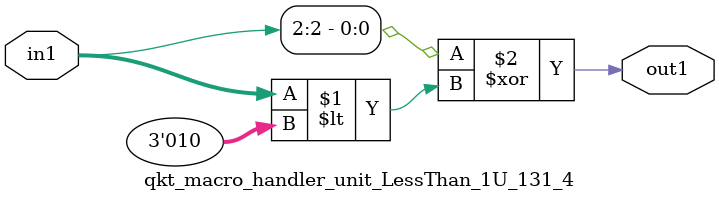
<source format=v>

`timescale 1ps / 1ps


module qkt_macro_handler_unit_LessThan_1U_131_4( in1, out1 );

    input [2:0] in1;
    output out1;

    
    // rtl_process:qkt_macro_handler_unit_LessThan_1U_131_4/qkt_macro_handler_unit_LessThan_1U_131_4_thread_1
    assign out1 = (in1[2] ^ in1 < 3'd2);

endmodule


</source>
